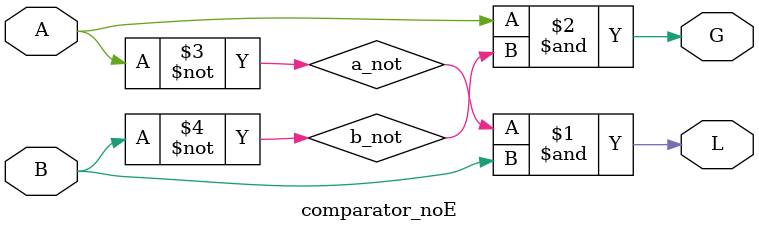
<source format=v>
`timescale 1ns / 1ps

module comparator_noE(
    input A,
    input B,
    output G,
    output L
    );

wire a_not, b_not;

not not_a(a_not,A);
not not_b(b_not,B);

and not_a_b(L, a_not, B);

and a_not_b(G, A, b_not);

endmodule

</source>
